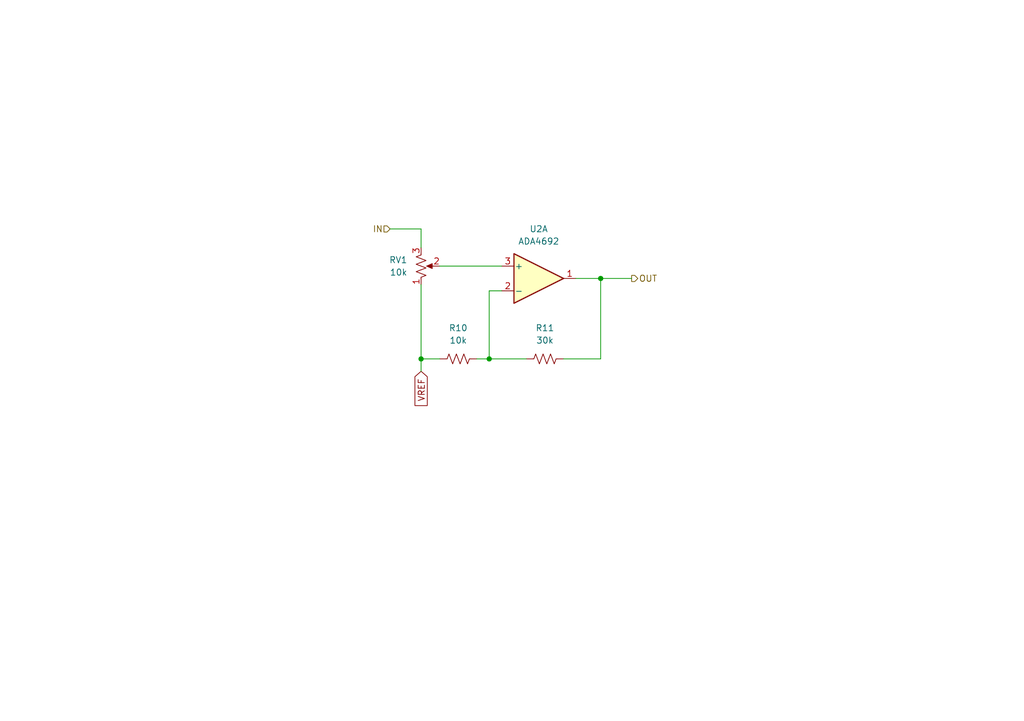
<source format=kicad_sch>
(kicad_sch (version 20250114) (generator "eeschema") (generator_version "9.0")
  (paper "A5")
  (title_block (title "EL223FP4L1") (date "2025-05-08") (rev "1") (company "Boles & Walker") (comment 1 "Input Gain"))
  (lib_symbols
    (symbol "Custom:ADA4692-2" (pin_names (offset 0.127))
      (property "Reference" "U" (at 2.54 6.35 0))
      (property "Value" "ADA4692-2" (at 2.54 3.81 0))
      (symbol "ADA4692-2_1_1"
        (polyline (pts (xy 5.08 0) (xy -5.08 5.08) (xy -5.08 -5.08) (xy 5.08 0)) (stroke (width 0.254)) (fill (type background)))
        (pin input line (at -7.62 2.54 0) (length 2.54) (name "+") (number "3"))
        (pin input line (at -7.62 -2.54 0) (length 2.54) (name "-") (number "2"))
        (pin output line (at 7.62 0 180) (length 2.54) (name "~") (number "1"))
      )
      (symbol "ADA4692-2_2_1"
        (polyline (pts (xy 5.08 0) (xy -5.08 5.08) (xy -5.08 -5.08) (xy 5.08 0)) (stroke (width 0.254)) (fill (type background)))
        (pin input line (at -7.62 2.54 0) (length 2.54) (name "+") (number "5"))
        (pin input line (at -7.62 -2.54 0) (length 2.54) (name "-") (number "6"))
        (pin output line (at 7.62 0 180) (length 2.54) (name "~") (number "7"))
      )
      (symbol "ADA4692-2_3_1"
        (pin power_in line (at 0 7.62 270) (length 3.81) (name "V+") (number "8"))
        (pin power_in line (at 0 -7.62 90) (length 3.81) (name "V-") (number "4"))
      )
    )
    (symbol "Device:R_Potentiometer_US" (pin_names (offset 1.016) (hide yes))
      (property "Reference" "RV" (at -4.445 0 90))
      (property "Value" "R_Potentiometer_US" (at -2.54 0 90))
      (symbol "R_Potentiometer_US_0_1"
        (polyline (pts (xy 0 2.54) (xy 0 2.286)))
        (polyline (pts (xy 0 2.286) (xy 1.016 1.905) (xy 0 1.524) (xy -1.016 1.143) (xy 0 0.762)))
        (polyline (pts (xy 0 0.762) (xy 1.016 0.381) (xy 0 0) (xy -1.016 -0.381) (xy 0 -0.762)))
        (polyline (pts (xy 0 -0.762) (xy 1.016 -1.143) (xy 0 -1.524) (xy -1.016 -1.905) (xy 0 -2.286)))
        (polyline (pts (xy 0 -2.286) (xy 0 -2.54)))
        (polyline (pts (xy 1.143 0) (xy 2.286 0.508) (xy 2.286 -0.508) (xy 1.143 0)) (fill (type outline)))
        (polyline (pts (xy 2.54 0) (xy 1.524 0)))
      )
      (symbol "R_Potentiometer_US_1_1"
        (pin passive line (at 0 3.81 270) (length 1.27) (name "1") (number "1"))
        (pin passive line (at 0 -3.81 90) (length 1.27) (name "3") (number "3"))
        (pin passive line (at 3.81 0 180) (length 1.27) (name "2") (number "2"))
      )
    )
    (symbol "Device:R_US" (pin_numbers (hide yes)) (pin_names (offset 0))
      (property "Reference" "R" (at 2.54 0 90))
      (property "Value" "R_US" (at -2.54 0 90))
      (symbol "R_US_0_1"
        (polyline (pts (xy 0 2.286) (xy 0 2.54)))
        (polyline (pts (xy 0 2.286) (xy 1.016 1.905) (xy 0 1.524) (xy -1.016 1.143) (xy 0 0.762)))
        (polyline (pts (xy 0 0.762) (xy 1.016 0.381) (xy 0 0) (xy -1.016 -0.381) (xy 0 -0.762)))
        (polyline (pts (xy 0 -0.762) (xy 1.016 -1.143) (xy 0 -1.524) (xy -1.016 -1.905) (xy 0 -2.286)))
        (polyline (pts (xy 0 -2.286) (xy 0 -2.54)))
      )
      (symbol "R_US_1_1"
        (pin passive line (at 0 3.81 270) (length 1.27) (name "~") (number "1"))
        (pin passive line (at 0 -3.81 90) (length 1.27) (name "~") (number "2"))
      )
    )
  )
  (junction (at 100.33 73.66))
  (junction (at 123.19 57.15))
  (junction (at 86.36 73.66))
  (wire (pts (xy 115.57 73.66) (xy 123.19 73.66)))
  (wire (pts (xy 90.17 54.61) (xy 102.87 54.61)))
  (wire (pts (xy 86.36 76.2) (xy 86.36 73.66)))
  (wire (pts (xy 86.36 46.99) (xy 86.36 50.8)))
  (wire (pts (xy 123.19 73.66) (xy 123.19 57.15)))
  (wire (pts (xy 100.33 59.69) (xy 102.87 59.69)))
  (wire (pts (xy 86.36 58.42) (xy 86.36 73.66)))
  (wire (pts (xy 100.33 73.66) (xy 107.95 73.66)))
  (wire (pts (xy 118.11 57.15) (xy 123.19 57.15)))
  (wire (pts (xy 80.01 46.99) (xy 86.36 46.99)))
  (wire (pts (xy 100.33 73.66) (xy 100.33 59.69)))
  (wire (pts (xy 97.79 73.66) (xy 100.33 73.66)))
  (wire (pts (xy 90.17 73.66) (xy 86.36 73.66)))
  (wire (pts (xy 123.19 57.15) (xy 129.54 57.15)))
  (global_label "VREF" (shape input) (at 86.36 76.2 270) (property "Intersheetrefs" "${INTERSHEET_REFS}" (effects (hide yes))))
  (hierarchical_label "IN" (shape input) (at 80.01 46.99 180))
  (hierarchical_label "OUT" (shape output) (at 129.54 57.15 0))
  (symbol (lib_id "Device:R_US") (at 93.98 73.66 90) (unit 1)
    (property "Reference" "R10" (at 93.98 67.31 90))
    (property "Value" "10k" (at 93.98 69.85 90))
    (property "Footprint" "Resistor_SMD:R_0805_2012Metric_Pad1.20x1.40mm_HandSolder" (effects (hide yes)))
    (property "Description" "Resistor, US symbol" (effects (hide yes)))
  )
  (symbol (lib_id "Device:R_Potentiometer_US") (at 86.36 54.61 0) (mirror x) (unit 1)
    (property "Reference" "RV1" (at 83.5736 53.3511 0) (effects (justify right)))
    (property "Value" "10k" (at 83.5736 55.8911 0) (effects (justify right)))
    (property "Footprint" "Custom:Potentiometer_Bourns_PTV09A-1_Single_Vertical" (effects (hide yes)))
    (property "Datasheet" "https://www.mouser.com/datasheet/2/54/ptv09-777818.pdf" (effects (hide yes)))
    (property "Description" "Potentiometer, US symbol" (effects (hide yes)))
    (property "Sim.Device" "R" (effects (hide yes)))
    (property "Sim.Type" "POT" (effects (hide yes)))
    (property "Sim.Pins" "1=r0 2=wiper 3=r1" (effects (hide yes)))
    (property "Sim.Params" "pos=0.75" (effects (hide yes)))
    (property "Part" "PTV09A-4020U-B103" (effects (hide yes)))
  )
  (symbol (lib_id "Custom:ADA4692-2") (at 110.49 57.15 0) (unit 1)
    (property "Reference" "U2" (at 110.49 46.99 0))
    (property "Value" "ADA4692" (at 110.49 49.53 0))
    (property "Footprint" "Package_SO:SOIC-8_3.9x4.9mm_P1.27mm" (effects (hide yes)))
    (property "Datasheet" "https://www.analog.com/media/en/technical-documentation/data-sheets/ADA4691-2_4691-4_4692-2_4692-4.pdf" (effects (hide yes)))
    (property "Description" "Dual Low Noise, Precision, Rail-to-Rail Output, JFET Op Amp, SOIC-8" (effects (hide yes)))
    (property "Sim.Library" "ada4692.sub" (effects (hide yes)))
    (property "Sim.Name" "ADA4692-2" (effects (hide yes)))
    (property "Sim.Device" "SUBCKT" (effects (hide yes)))
    (property "Sim.Pins" "1=AOUT 2=AIN- 3=AIN+ 4=V- 5=BIN+ 6=BIN- 7=BOUT 8=V+" (effects (hide yes)))
    (property "Part" "ADA4692-2ARZ" (effects (hide yes)))
  )
  (symbol (lib_id "Device:R_US") (at 111.76 73.66 90) (unit 1)
    (property "Reference" "R11" (at 111.76 67.31 90))
    (property "Value" "30k" (at 111.76 69.85 90))
    (property "Footprint" "Resistor_SMD:R_0805_2012Metric_Pad1.20x1.40mm_HandSolder" (effects (hide yes)))
    (property "Datasheet" "https://static6.arrow.com/aropdfconversion/e88ae8119cc3549cbba033af6c2c6bd3b2796839/1088fileversion.pdf" (effects (hide yes)))
    (property "Description" "Resistor, US symbol" (effects (hide yes)))
    (property "Part" "ERJ-P06F3002V" (effects (hide yes)))
  )
)
</source>
